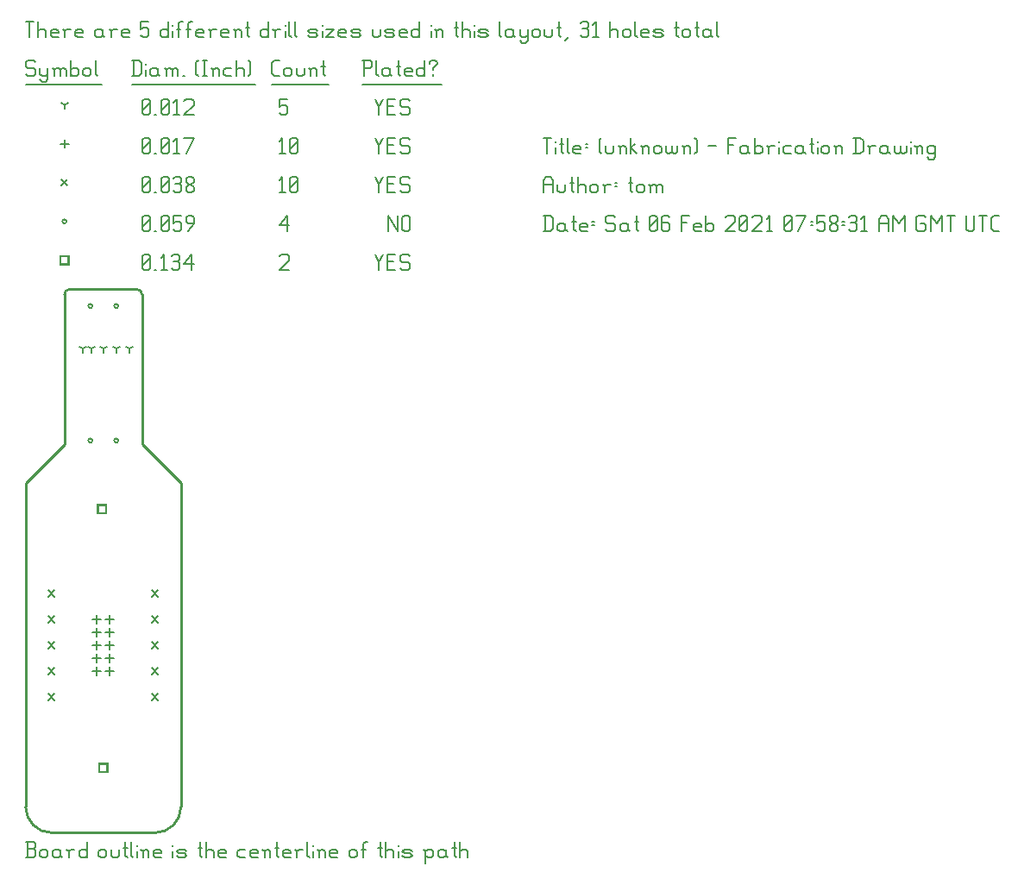
<source format=gbr>
G04 start of page 13 for group -3984 idx -3984 *
G04 Title: (unknown), fab *
G04 Creator: pcb 20140316 *
G04 CreationDate: Sat 06 Feb 2021 07:58:31 AM GMT UTC *
G04 For: tom *
G04 Format: Gerber/RS-274X *
G04 PCB-Dimensions (mil): 600.00 2100.00 *
G04 PCB-Coordinate-Origin: lower left *
%MOIN*%
%FSLAX25Y25*%
%LNFAB*%
%ADD61C,0.0100*%
%ADD60C,0.0075*%
%ADD59C,0.0060*%
%ADD58R,0.0080X0.0080*%
G54D58*X28400Y26600D02*X31600D01*
X28400D02*Y23400D01*
X31600D01*
Y26600D02*Y23400D01*
X27900Y126600D02*X31100D01*
X27900D02*Y123400D01*
X31100D01*
Y126600D02*Y123400D01*
X13400Y222850D02*X16600D01*
X13400D02*Y219650D01*
X16600D01*
Y222850D02*Y219650D01*
G54D59*X135000Y223500D02*X136500Y220500D01*
X138000Y223500D01*
X136500Y220500D02*Y217500D01*
X139800Y220800D02*X142050D01*
X139800Y217500D02*X142800D01*
X139800Y223500D02*Y217500D01*
Y223500D02*X142800D01*
X147600D02*X148350Y222750D01*
X145350Y223500D02*X147600D01*
X144600Y222750D02*X145350Y223500D01*
X144600Y222750D02*Y221250D01*
X145350Y220500D01*
X147600D01*
X148350Y219750D01*
Y218250D01*
X147600Y217500D02*X148350Y218250D01*
X145350Y217500D02*X147600D01*
X144600Y218250D02*X145350Y217500D01*
X98000Y222750D02*X98750Y223500D01*
X101000D01*
X101750Y222750D01*
Y221250D01*
X98000Y217500D02*X101750Y221250D01*
X98000Y217500D02*X101750D01*
X45000Y218250D02*X45750Y217500D01*
X45000Y222750D02*Y218250D01*
Y222750D02*X45750Y223500D01*
X47250D01*
X48000Y222750D01*
Y218250D01*
X47250Y217500D02*X48000Y218250D01*
X45750Y217500D02*X47250D01*
X45000Y219000D02*X48000Y222000D01*
X49800Y217500D02*X50550D01*
X52350Y222300D02*X53550Y223500D01*
Y217500D01*
X52350D02*X54600D01*
X56400Y222750D02*X57150Y223500D01*
X58650D01*
X59400Y222750D01*
X58650Y217500D02*X59400Y218250D01*
X57150Y217500D02*X58650D01*
X56400Y218250D02*X57150Y217500D01*
Y220800D02*X58650D01*
X59400Y222750D02*Y221550D01*
Y220050D02*Y218250D01*
Y220050D02*X58650Y220800D01*
X59400Y221550D02*X58650Y220800D01*
X61200Y219750D02*X64200Y223500D01*
X61200Y219750D02*X64950D01*
X64200Y223500D02*Y217500D01*
X24200Y203550D02*G75*G03X25800Y203550I800J0D01*G01*
G75*G03X24200Y203550I-800J0D01*G01*
X34200D02*G75*G03X35800Y203550I800J0D01*G01*
G75*G03X34200Y203550I-800J0D01*G01*
Y151550D02*G75*G03X35800Y151550I800J0D01*G01*
G75*G03X34200Y151550I-800J0D01*G01*
X24200D02*G75*G03X25800Y151550I800J0D01*G01*
G75*G03X24200Y151550I-800J0D01*G01*
X14200Y236250D02*G75*G03X15800Y236250I800J0D01*G01*
G75*G03X14200Y236250I-800J0D01*G01*
X140000Y238500D02*Y232500D01*
Y238500D02*X143750Y232500D01*
Y238500D02*Y232500D01*
X145550Y237750D02*Y233250D01*
Y237750D02*X146300Y238500D01*
X147800D01*
X148550Y237750D01*
Y233250D01*
X147800Y232500D02*X148550Y233250D01*
X146300Y232500D02*X147800D01*
X145550Y233250D02*X146300Y232500D01*
X98000Y234750D02*X101000Y238500D01*
X98000Y234750D02*X101750D01*
X101000Y238500D02*Y232500D01*
X45000Y233250D02*X45750Y232500D01*
X45000Y237750D02*Y233250D01*
Y237750D02*X45750Y238500D01*
X47250D01*
X48000Y237750D01*
Y233250D01*
X47250Y232500D02*X48000Y233250D01*
X45750Y232500D02*X47250D01*
X45000Y234000D02*X48000Y237000D01*
X49800Y232500D02*X50550D01*
X52350Y233250D02*X53100Y232500D01*
X52350Y237750D02*Y233250D01*
Y237750D02*X53100Y238500D01*
X54600D01*
X55350Y237750D01*
Y233250D01*
X54600Y232500D02*X55350Y233250D01*
X53100Y232500D02*X54600D01*
X52350Y234000D02*X55350Y237000D01*
X57150Y238500D02*X60150D01*
X57150D02*Y235500D01*
X57900Y236250D01*
X59400D01*
X60150Y235500D01*
Y233250D01*
X59400Y232500D02*X60150Y233250D01*
X57900Y232500D02*X59400D01*
X57150Y233250D02*X57900Y232500D01*
X62700D02*X64950Y235500D01*
Y237750D02*Y235500D01*
X64200Y238500D02*X64950Y237750D01*
X62700Y238500D02*X64200D01*
X61950Y237750D02*X62700Y238500D01*
X61950Y237750D02*Y236250D01*
X62700Y235500D01*
X64950D01*
X48800Y93700D02*X51200Y91300D01*
X48800D02*X51200Y93700D01*
X48800Y83700D02*X51200Y81300D01*
X48800D02*X51200Y83700D01*
X48800Y73700D02*X51200Y71300D01*
X48800D02*X51200Y73700D01*
X48800Y63700D02*X51200Y61300D01*
X48800D02*X51200Y63700D01*
X48800Y53700D02*X51200Y51300D01*
X48800D02*X51200Y53700D01*
X8800Y93700D02*X11200Y91300D01*
X8800D02*X11200Y93700D01*
X8800Y83700D02*X11200Y81300D01*
X8800D02*X11200Y83700D01*
X8800Y73700D02*X11200Y71300D01*
X8800D02*X11200Y73700D01*
X8800Y63700D02*X11200Y61300D01*
X8800D02*X11200Y63700D01*
X8800Y53700D02*X11200Y51300D01*
X8800D02*X11200Y53700D01*
X13800Y252450D02*X16200Y250050D01*
X13800D02*X16200Y252450D01*
X135000Y253500D02*X136500Y250500D01*
X138000Y253500D01*
X136500Y250500D02*Y247500D01*
X139800Y250800D02*X142050D01*
X139800Y247500D02*X142800D01*
X139800Y253500D02*Y247500D01*
Y253500D02*X142800D01*
X147600D02*X148350Y252750D01*
X145350Y253500D02*X147600D01*
X144600Y252750D02*X145350Y253500D01*
X144600Y252750D02*Y251250D01*
X145350Y250500D01*
X147600D01*
X148350Y249750D01*
Y248250D01*
X147600Y247500D02*X148350Y248250D01*
X145350Y247500D02*X147600D01*
X144600Y248250D02*X145350Y247500D01*
X98000Y252300D02*X99200Y253500D01*
Y247500D01*
X98000D02*X100250D01*
X102050Y248250D02*X102800Y247500D01*
X102050Y252750D02*Y248250D01*
Y252750D02*X102800Y253500D01*
X104300D01*
X105050Y252750D01*
Y248250D01*
X104300Y247500D02*X105050Y248250D01*
X102800Y247500D02*X104300D01*
X102050Y249000D02*X105050Y252000D01*
X45000Y248250D02*X45750Y247500D01*
X45000Y252750D02*Y248250D01*
Y252750D02*X45750Y253500D01*
X47250D01*
X48000Y252750D01*
Y248250D01*
X47250Y247500D02*X48000Y248250D01*
X45750Y247500D02*X47250D01*
X45000Y249000D02*X48000Y252000D01*
X49800Y247500D02*X50550D01*
X52350Y248250D02*X53100Y247500D01*
X52350Y252750D02*Y248250D01*
Y252750D02*X53100Y253500D01*
X54600D01*
X55350Y252750D01*
Y248250D01*
X54600Y247500D02*X55350Y248250D01*
X53100Y247500D02*X54600D01*
X52350Y249000D02*X55350Y252000D01*
X57150Y252750D02*X57900Y253500D01*
X59400D01*
X60150Y252750D01*
X59400Y247500D02*X60150Y248250D01*
X57900Y247500D02*X59400D01*
X57150Y248250D02*X57900Y247500D01*
Y250800D02*X59400D01*
X60150Y252750D02*Y251550D01*
Y250050D02*Y248250D01*
Y250050D02*X59400Y250800D01*
X60150Y251550D02*X59400Y250800D01*
X61950Y248250D02*X62700Y247500D01*
X61950Y249450D02*Y248250D01*
Y249450D02*X63000Y250500D01*
X63900D01*
X64950Y249450D01*
Y248250D01*
X64200Y247500D02*X64950Y248250D01*
X62700Y247500D02*X64200D01*
X61950Y251550D02*X63000Y250500D01*
X61950Y252750D02*Y251550D01*
Y252750D02*X62700Y253500D01*
X64200D01*
X64950Y252750D01*
Y251550D01*
X63900Y250500D02*X64950Y251550D01*
X27500Y84100D02*Y80900D01*
X25900Y82500D02*X29100D01*
X27500Y79100D02*Y75900D01*
X25900Y77500D02*X29100D01*
X27500Y74100D02*Y70900D01*
X25900Y72500D02*X29100D01*
X27500Y69100D02*Y65900D01*
X25900Y67500D02*X29100D01*
X27500Y64100D02*Y60900D01*
X25900Y62500D02*X29100D01*
X32500Y64100D02*Y60900D01*
X30900Y62500D02*X34100D01*
X32500Y69100D02*Y65900D01*
X30900Y67500D02*X34100D01*
X32500Y74100D02*Y70900D01*
X30900Y72500D02*X34100D01*
X32500Y79100D02*Y75900D01*
X30900Y77500D02*X34100D01*
X32500Y84100D02*Y80900D01*
X30900Y82500D02*X34100D01*
X15000Y267850D02*Y264650D01*
X13400Y266250D02*X16600D01*
X135000Y268500D02*X136500Y265500D01*
X138000Y268500D01*
X136500Y265500D02*Y262500D01*
X139800Y265800D02*X142050D01*
X139800Y262500D02*X142800D01*
X139800Y268500D02*Y262500D01*
Y268500D02*X142800D01*
X147600D02*X148350Y267750D01*
X145350Y268500D02*X147600D01*
X144600Y267750D02*X145350Y268500D01*
X144600Y267750D02*Y266250D01*
X145350Y265500D01*
X147600D01*
X148350Y264750D01*
Y263250D01*
X147600Y262500D02*X148350Y263250D01*
X145350Y262500D02*X147600D01*
X144600Y263250D02*X145350Y262500D01*
X98000Y267300D02*X99200Y268500D01*
Y262500D01*
X98000D02*X100250D01*
X102050Y263250D02*X102800Y262500D01*
X102050Y267750D02*Y263250D01*
Y267750D02*X102800Y268500D01*
X104300D01*
X105050Y267750D01*
Y263250D01*
X104300Y262500D02*X105050Y263250D01*
X102800Y262500D02*X104300D01*
X102050Y264000D02*X105050Y267000D01*
X45000Y263250D02*X45750Y262500D01*
X45000Y267750D02*Y263250D01*
Y267750D02*X45750Y268500D01*
X47250D01*
X48000Y267750D01*
Y263250D01*
X47250Y262500D02*X48000Y263250D01*
X45750Y262500D02*X47250D01*
X45000Y264000D02*X48000Y267000D01*
X49800Y262500D02*X50550D01*
X52350Y263250D02*X53100Y262500D01*
X52350Y267750D02*Y263250D01*
Y267750D02*X53100Y268500D01*
X54600D01*
X55350Y267750D01*
Y263250D01*
X54600Y262500D02*X55350Y263250D01*
X53100Y262500D02*X54600D01*
X52350Y264000D02*X55350Y267000D01*
X57150Y267300D02*X58350Y268500D01*
Y262500D01*
X57150D02*X59400D01*
X61950D02*X64950Y268500D01*
X61200D02*X64950D01*
X22000Y187000D02*Y185400D01*
Y187000D02*X23387Y187800D01*
X22000Y187000D02*X20613Y187800D01*
X30000Y187000D02*Y185400D01*
Y187000D02*X31387Y187800D01*
X30000Y187000D02*X28613Y187800D01*
X35000Y187000D02*Y185400D01*
Y187000D02*X36387Y187800D01*
X35000Y187000D02*X33613Y187800D01*
X40000Y187000D02*Y185400D01*
Y187000D02*X41387Y187800D01*
X40000Y187000D02*X38613Y187800D01*
X25500Y187000D02*Y185400D01*
Y187000D02*X26887Y187800D01*
X25500Y187000D02*X24113Y187800D01*
X15000Y281250D02*Y279650D01*
Y281250D02*X16387Y282050D01*
X15000Y281250D02*X13613Y282050D01*
X135000Y283500D02*X136500Y280500D01*
X138000Y283500D01*
X136500Y280500D02*Y277500D01*
X139800Y280800D02*X142050D01*
X139800Y277500D02*X142800D01*
X139800Y283500D02*Y277500D01*
Y283500D02*X142800D01*
X147600D02*X148350Y282750D01*
X145350Y283500D02*X147600D01*
X144600Y282750D02*X145350Y283500D01*
X144600Y282750D02*Y281250D01*
X145350Y280500D01*
X147600D01*
X148350Y279750D01*
Y278250D01*
X147600Y277500D02*X148350Y278250D01*
X145350Y277500D02*X147600D01*
X144600Y278250D02*X145350Y277500D01*
X98000Y283500D02*X101000D01*
X98000D02*Y280500D01*
X98750Y281250D01*
X100250D01*
X101000Y280500D01*
Y278250D01*
X100250Y277500D02*X101000Y278250D01*
X98750Y277500D02*X100250D01*
X98000Y278250D02*X98750Y277500D01*
X45000Y278250D02*X45750Y277500D01*
X45000Y282750D02*Y278250D01*
Y282750D02*X45750Y283500D01*
X47250D01*
X48000Y282750D01*
Y278250D01*
X47250Y277500D02*X48000Y278250D01*
X45750Y277500D02*X47250D01*
X45000Y279000D02*X48000Y282000D01*
X49800Y277500D02*X50550D01*
X52350Y278250D02*X53100Y277500D01*
X52350Y282750D02*Y278250D01*
Y282750D02*X53100Y283500D01*
X54600D01*
X55350Y282750D01*
Y278250D01*
X54600Y277500D02*X55350Y278250D01*
X53100Y277500D02*X54600D01*
X52350Y279000D02*X55350Y282000D01*
X57150Y282300D02*X58350Y283500D01*
Y277500D01*
X57150D02*X59400D01*
X61200Y282750D02*X61950Y283500D01*
X64200D01*
X64950Y282750D01*
Y281250D01*
X61200Y277500D02*X64950Y281250D01*
X61200Y277500D02*X64950D01*
X3000Y298500D02*X3750Y297750D01*
X750Y298500D02*X3000D01*
X0Y297750D02*X750Y298500D01*
X0Y297750D02*Y296250D01*
X750Y295500D01*
X3000D01*
X3750Y294750D01*
Y293250D01*
X3000Y292500D02*X3750Y293250D01*
X750Y292500D02*X3000D01*
X0Y293250D02*X750Y292500D01*
X5550Y295500D02*Y293250D01*
X6300Y292500D01*
X8550Y295500D02*Y291000D01*
X7800Y290250D02*X8550Y291000D01*
X6300Y290250D02*X7800D01*
X5550Y291000D02*X6300Y290250D01*
Y292500D02*X7800D01*
X8550Y293250D01*
X11100Y294750D02*Y292500D01*
Y294750D02*X11850Y295500D01*
X12600D01*
X13350Y294750D01*
Y292500D01*
Y294750D02*X14100Y295500D01*
X14850D01*
X15600Y294750D01*
Y292500D01*
X10350Y295500D02*X11100Y294750D01*
X17400Y298500D02*Y292500D01*
Y293250D02*X18150Y292500D01*
X19650D01*
X20400Y293250D01*
Y294750D02*Y293250D01*
X19650Y295500D02*X20400Y294750D01*
X18150Y295500D02*X19650D01*
X17400Y294750D02*X18150Y295500D01*
X22200Y294750D02*Y293250D01*
Y294750D02*X22950Y295500D01*
X24450D01*
X25200Y294750D01*
Y293250D01*
X24450Y292500D02*X25200Y293250D01*
X22950Y292500D02*X24450D01*
X22200Y293250D02*X22950Y292500D01*
X27000Y298500D02*Y293250D01*
X27750Y292500D01*
X0Y289250D02*X29250D01*
X41750Y298500D02*Y292500D01*
X43700Y298500D02*X44750Y297450D01*
Y293550D01*
X43700Y292500D02*X44750Y293550D01*
X41000Y292500D02*X43700D01*
X41000Y298500D02*X43700D01*
G54D60*X46550Y297000D02*Y296850D01*
G54D59*Y294750D02*Y292500D01*
X50300Y295500D02*X51050Y294750D01*
X48800Y295500D02*X50300D01*
X48050Y294750D02*X48800Y295500D01*
X48050Y294750D02*Y293250D01*
X48800Y292500D01*
X51050Y295500D02*Y293250D01*
X51800Y292500D01*
X48800D02*X50300D01*
X51050Y293250D01*
X54350Y294750D02*Y292500D01*
Y294750D02*X55100Y295500D01*
X55850D01*
X56600Y294750D01*
Y292500D01*
Y294750D02*X57350Y295500D01*
X58100D01*
X58850Y294750D01*
Y292500D01*
X53600Y295500D02*X54350Y294750D01*
X60650Y292500D02*X61400D01*
X65900Y293250D02*X66650Y292500D01*
X65900Y297750D02*X66650Y298500D01*
X65900Y297750D02*Y293250D01*
X68450Y298500D02*X69950D01*
X69200D02*Y292500D01*
X68450D02*X69950D01*
X72500Y294750D02*Y292500D01*
Y294750D02*X73250Y295500D01*
X74000D01*
X74750Y294750D01*
Y292500D01*
X71750Y295500D02*X72500Y294750D01*
X77300Y295500D02*X79550D01*
X76550Y294750D02*X77300Y295500D01*
X76550Y294750D02*Y293250D01*
X77300Y292500D01*
X79550D01*
X81350Y298500D02*Y292500D01*
Y294750D02*X82100Y295500D01*
X83600D01*
X84350Y294750D01*
Y292500D01*
X86150Y298500D02*X86900Y297750D01*
Y293250D01*
X86150Y292500D02*X86900Y293250D01*
X41000Y289250D02*X88700D01*
X96050Y292500D02*X98000D01*
X95000Y293550D02*X96050Y292500D01*
X95000Y297450D02*Y293550D01*
Y297450D02*X96050Y298500D01*
X98000D01*
X99800Y294750D02*Y293250D01*
Y294750D02*X100550Y295500D01*
X102050D01*
X102800Y294750D01*
Y293250D01*
X102050Y292500D02*X102800Y293250D01*
X100550Y292500D02*X102050D01*
X99800Y293250D02*X100550Y292500D01*
X104600Y295500D02*Y293250D01*
X105350Y292500D01*
X106850D01*
X107600Y293250D01*
Y295500D02*Y293250D01*
X110150Y294750D02*Y292500D01*
Y294750D02*X110900Y295500D01*
X111650D01*
X112400Y294750D01*
Y292500D01*
X109400Y295500D02*X110150Y294750D01*
X114950Y298500D02*Y293250D01*
X115700Y292500D01*
X114200Y296250D02*X115700D01*
X95000Y289250D02*X117200D01*
X130750Y298500D02*Y292500D01*
X130000Y298500D02*X133000D01*
X133750Y297750D01*
Y296250D01*
X133000Y295500D02*X133750Y296250D01*
X130750Y295500D02*X133000D01*
X135550Y298500D02*Y293250D01*
X136300Y292500D01*
X140050Y295500D02*X140800Y294750D01*
X138550Y295500D02*X140050D01*
X137800Y294750D02*X138550Y295500D01*
X137800Y294750D02*Y293250D01*
X138550Y292500D01*
X140800Y295500D02*Y293250D01*
X141550Y292500D01*
X138550D02*X140050D01*
X140800Y293250D01*
X144100Y298500D02*Y293250D01*
X144850Y292500D01*
X143350Y296250D02*X144850D01*
X147100Y292500D02*X149350D01*
X146350Y293250D02*X147100Y292500D01*
X146350Y294750D02*Y293250D01*
Y294750D02*X147100Y295500D01*
X148600D01*
X149350Y294750D01*
X146350Y294000D02*X149350D01*
Y294750D02*Y294000D01*
X154150Y298500D02*Y292500D01*
X153400D02*X154150Y293250D01*
X151900Y292500D02*X153400D01*
X151150Y293250D02*X151900Y292500D01*
X151150Y294750D02*Y293250D01*
Y294750D02*X151900Y295500D01*
X153400D01*
X154150Y294750D01*
X157450Y295500D02*Y294750D01*
Y293250D02*Y292500D01*
X155950Y297750D02*Y297000D01*
Y297750D02*X156700Y298500D01*
X158200D01*
X158950Y297750D01*
Y297000D01*
X157450Y295500D02*X158950Y297000D01*
X130000Y289250D02*X160750D01*
X0Y313500D02*X3000D01*
X1500D02*Y307500D01*
X4800Y313500D02*Y307500D01*
Y309750D02*X5550Y310500D01*
X7050D01*
X7800Y309750D01*
Y307500D01*
X10350D02*X12600D01*
X9600Y308250D02*X10350Y307500D01*
X9600Y309750D02*Y308250D01*
Y309750D02*X10350Y310500D01*
X11850D01*
X12600Y309750D01*
X9600Y309000D02*X12600D01*
Y309750D02*Y309000D01*
X15150Y309750D02*Y307500D01*
Y309750D02*X15900Y310500D01*
X17400D01*
X14400D02*X15150Y309750D01*
X19950Y307500D02*X22200D01*
X19200Y308250D02*X19950Y307500D01*
X19200Y309750D02*Y308250D01*
Y309750D02*X19950Y310500D01*
X21450D01*
X22200Y309750D01*
X19200Y309000D02*X22200D01*
Y309750D02*Y309000D01*
X28950Y310500D02*X29700Y309750D01*
X27450Y310500D02*X28950D01*
X26700Y309750D02*X27450Y310500D01*
X26700Y309750D02*Y308250D01*
X27450Y307500D01*
X29700Y310500D02*Y308250D01*
X30450Y307500D01*
X27450D02*X28950D01*
X29700Y308250D01*
X33000Y309750D02*Y307500D01*
Y309750D02*X33750Y310500D01*
X35250D01*
X32250D02*X33000Y309750D01*
X37800Y307500D02*X40050D01*
X37050Y308250D02*X37800Y307500D01*
X37050Y309750D02*Y308250D01*
Y309750D02*X37800Y310500D01*
X39300D01*
X40050Y309750D01*
X37050Y309000D02*X40050D01*
Y309750D02*Y309000D01*
X44550Y313500D02*X47550D01*
X44550D02*Y310500D01*
X45300Y311250D01*
X46800D01*
X47550Y310500D01*
Y308250D01*
X46800Y307500D02*X47550Y308250D01*
X45300Y307500D02*X46800D01*
X44550Y308250D02*X45300Y307500D01*
X55050Y313500D02*Y307500D01*
X54300D02*X55050Y308250D01*
X52800Y307500D02*X54300D01*
X52050Y308250D02*X52800Y307500D01*
X52050Y309750D02*Y308250D01*
Y309750D02*X52800Y310500D01*
X54300D01*
X55050Y309750D01*
G54D60*X56850Y312000D02*Y311850D01*
G54D59*Y309750D02*Y307500D01*
X59100Y312750D02*Y307500D01*
Y312750D02*X59850Y313500D01*
X60600D01*
X58350Y310500D02*X59850D01*
X62850Y312750D02*Y307500D01*
Y312750D02*X63600Y313500D01*
X64350D01*
X62100Y310500D02*X63600D01*
X66600Y307500D02*X68850D01*
X65850Y308250D02*X66600Y307500D01*
X65850Y309750D02*Y308250D01*
Y309750D02*X66600Y310500D01*
X68100D01*
X68850Y309750D01*
X65850Y309000D02*X68850D01*
Y309750D02*Y309000D01*
X71400Y309750D02*Y307500D01*
Y309750D02*X72150Y310500D01*
X73650D01*
X70650D02*X71400Y309750D01*
X76200Y307500D02*X78450D01*
X75450Y308250D02*X76200Y307500D01*
X75450Y309750D02*Y308250D01*
Y309750D02*X76200Y310500D01*
X77700D01*
X78450Y309750D01*
X75450Y309000D02*X78450D01*
Y309750D02*Y309000D01*
X81000Y309750D02*Y307500D01*
Y309750D02*X81750Y310500D01*
X82500D01*
X83250Y309750D01*
Y307500D01*
X80250Y310500D02*X81000Y309750D01*
X85800Y313500D02*Y308250D01*
X86550Y307500D01*
X85050Y311250D02*X86550D01*
X93750Y313500D02*Y307500D01*
X93000D02*X93750Y308250D01*
X91500Y307500D02*X93000D01*
X90750Y308250D02*X91500Y307500D01*
X90750Y309750D02*Y308250D01*
Y309750D02*X91500Y310500D01*
X93000D01*
X93750Y309750D01*
X96300D02*Y307500D01*
Y309750D02*X97050Y310500D01*
X98550D01*
X95550D02*X96300Y309750D01*
G54D60*X100350Y312000D02*Y311850D01*
G54D59*Y309750D02*Y307500D01*
X101850Y313500D02*Y308250D01*
X102600Y307500D01*
X104100Y313500D02*Y308250D01*
X104850Y307500D01*
X109800D02*X112050D01*
X112800Y308250D01*
X112050Y309000D02*X112800Y308250D01*
X109800Y309000D02*X112050D01*
X109050Y309750D02*X109800Y309000D01*
X109050Y309750D02*X109800Y310500D01*
X112050D01*
X112800Y309750D01*
X109050Y308250D02*X109800Y307500D01*
G54D60*X114600Y312000D02*Y311850D01*
G54D59*Y309750D02*Y307500D01*
X116100Y310500D02*X119100D01*
X116100Y307500D02*X119100Y310500D01*
X116100Y307500D02*X119100D01*
X121650D02*X123900D01*
X120900Y308250D02*X121650Y307500D01*
X120900Y309750D02*Y308250D01*
Y309750D02*X121650Y310500D01*
X123150D01*
X123900Y309750D01*
X120900Y309000D02*X123900D01*
Y309750D02*Y309000D01*
X126450Y307500D02*X128700D01*
X129450Y308250D01*
X128700Y309000D02*X129450Y308250D01*
X126450Y309000D02*X128700D01*
X125700Y309750D02*X126450Y309000D01*
X125700Y309750D02*X126450Y310500D01*
X128700D01*
X129450Y309750D01*
X125700Y308250D02*X126450Y307500D01*
X133950Y310500D02*Y308250D01*
X134700Y307500D01*
X136200D01*
X136950Y308250D01*
Y310500D02*Y308250D01*
X139500Y307500D02*X141750D01*
X142500Y308250D01*
X141750Y309000D02*X142500Y308250D01*
X139500Y309000D02*X141750D01*
X138750Y309750D02*X139500Y309000D01*
X138750Y309750D02*X139500Y310500D01*
X141750D01*
X142500Y309750D01*
X138750Y308250D02*X139500Y307500D01*
X145050D02*X147300D01*
X144300Y308250D02*X145050Y307500D01*
X144300Y309750D02*Y308250D01*
Y309750D02*X145050Y310500D01*
X146550D01*
X147300Y309750D01*
X144300Y309000D02*X147300D01*
Y309750D02*Y309000D01*
X152100Y313500D02*Y307500D01*
X151350D02*X152100Y308250D01*
X149850Y307500D02*X151350D01*
X149100Y308250D02*X149850Y307500D01*
X149100Y309750D02*Y308250D01*
Y309750D02*X149850Y310500D01*
X151350D01*
X152100Y309750D01*
G54D60*X156600Y312000D02*Y311850D01*
G54D59*Y309750D02*Y307500D01*
X158850Y309750D02*Y307500D01*
Y309750D02*X159600Y310500D01*
X160350D01*
X161100Y309750D01*
Y307500D01*
X158100Y310500D02*X158850Y309750D01*
X166350Y313500D02*Y308250D01*
X167100Y307500D01*
X165600Y311250D02*X167100D01*
X168600Y313500D02*Y307500D01*
Y309750D02*X169350Y310500D01*
X170850D01*
X171600Y309750D01*
Y307500D01*
G54D60*X173400Y312000D02*Y311850D01*
G54D59*Y309750D02*Y307500D01*
X175650D02*X177900D01*
X178650Y308250D01*
X177900Y309000D02*X178650Y308250D01*
X175650Y309000D02*X177900D01*
X174900Y309750D02*X175650Y309000D01*
X174900Y309750D02*X175650Y310500D01*
X177900D01*
X178650Y309750D01*
X174900Y308250D02*X175650Y307500D01*
X183150Y313500D02*Y308250D01*
X183900Y307500D01*
X187650Y310500D02*X188400Y309750D01*
X186150Y310500D02*X187650D01*
X185400Y309750D02*X186150Y310500D01*
X185400Y309750D02*Y308250D01*
X186150Y307500D01*
X188400Y310500D02*Y308250D01*
X189150Y307500D01*
X186150D02*X187650D01*
X188400Y308250D01*
X190950Y310500D02*Y308250D01*
X191700Y307500D01*
X193950Y310500D02*Y306000D01*
X193200Y305250D02*X193950Y306000D01*
X191700Y305250D02*X193200D01*
X190950Y306000D02*X191700Y305250D01*
Y307500D02*X193200D01*
X193950Y308250D01*
X195750Y309750D02*Y308250D01*
Y309750D02*X196500Y310500D01*
X198000D01*
X198750Y309750D01*
Y308250D01*
X198000Y307500D02*X198750Y308250D01*
X196500Y307500D02*X198000D01*
X195750Y308250D02*X196500Y307500D01*
X200550Y310500D02*Y308250D01*
X201300Y307500D01*
X202800D01*
X203550Y308250D01*
Y310500D02*Y308250D01*
X206100Y313500D02*Y308250D01*
X206850Y307500D01*
X205350Y311250D02*X206850D01*
X208350Y306000D02*X209850Y307500D01*
X214350Y312750D02*X215100Y313500D01*
X216600D01*
X217350Y312750D01*
X216600Y307500D02*X217350Y308250D01*
X215100Y307500D02*X216600D01*
X214350Y308250D02*X215100Y307500D01*
Y310800D02*X216600D01*
X217350Y312750D02*Y311550D01*
Y310050D02*Y308250D01*
Y310050D02*X216600Y310800D01*
X217350Y311550D02*X216600Y310800D01*
X219150Y312300D02*X220350Y313500D01*
Y307500D01*
X219150D02*X221400D01*
X225900Y313500D02*Y307500D01*
Y309750D02*X226650Y310500D01*
X228150D01*
X228900Y309750D01*
Y307500D01*
X230700Y309750D02*Y308250D01*
Y309750D02*X231450Y310500D01*
X232950D01*
X233700Y309750D01*
Y308250D01*
X232950Y307500D02*X233700Y308250D01*
X231450Y307500D02*X232950D01*
X230700Y308250D02*X231450Y307500D01*
X235500Y313500D02*Y308250D01*
X236250Y307500D01*
X238500D02*X240750D01*
X237750Y308250D02*X238500Y307500D01*
X237750Y309750D02*Y308250D01*
Y309750D02*X238500Y310500D01*
X240000D01*
X240750Y309750D01*
X237750Y309000D02*X240750D01*
Y309750D02*Y309000D01*
X243300Y307500D02*X245550D01*
X246300Y308250D01*
X245550Y309000D02*X246300Y308250D01*
X243300Y309000D02*X245550D01*
X242550Y309750D02*X243300Y309000D01*
X242550Y309750D02*X243300Y310500D01*
X245550D01*
X246300Y309750D01*
X242550Y308250D02*X243300Y307500D01*
X251550Y313500D02*Y308250D01*
X252300Y307500D01*
X250800Y311250D02*X252300D01*
X253800Y309750D02*Y308250D01*
Y309750D02*X254550Y310500D01*
X256050D01*
X256800Y309750D01*
Y308250D01*
X256050Y307500D02*X256800Y308250D01*
X254550Y307500D02*X256050D01*
X253800Y308250D02*X254550Y307500D01*
X259350Y313500D02*Y308250D01*
X260100Y307500D01*
X258600Y311250D02*X260100D01*
X263850Y310500D02*X264600Y309750D01*
X262350Y310500D02*X263850D01*
X261600Y309750D02*X262350Y310500D01*
X261600Y309750D02*Y308250D01*
X262350Y307500D01*
X264600Y310500D02*Y308250D01*
X265350Y307500D01*
X262350D02*X263850D01*
X264600Y308250D01*
X267150Y313500D02*Y308250D01*
X267900Y307500D01*
G54D61*X43000Y210000D02*X17000D01*
X10000Y0D02*X50000D01*
X0Y10000D02*Y135000D01*
X60000D02*Y10000D01*
X45000Y208000D02*Y150000D01*
X15000Y208000D02*Y150000D01*
X0Y135000D01*
X45000Y150000D02*X60000Y135000D01*
X43000Y210000D02*G75*G02X45000Y208000I0J-2000D01*G01*
X17000Y210000D02*G75*G03X15000Y208000I0J-2000D01*G01*
X60000Y10000D02*G75*G02X50000Y0I-10000J0D01*G01*
X0Y10000D02*G75*G03X10000Y0I10000J0D01*G01*
G54D59*X0Y-9500D02*X3000D01*
X3750Y-8750D01*
Y-6950D02*Y-8750D01*
X3000Y-6200D02*X3750Y-6950D01*
X750Y-6200D02*X3000D01*
X750Y-3500D02*Y-9500D01*
X0Y-3500D02*X3000D01*
X3750Y-4250D01*
Y-5450D01*
X3000Y-6200D02*X3750Y-5450D01*
X5550Y-7250D02*Y-8750D01*
Y-7250D02*X6300Y-6500D01*
X7800D01*
X8550Y-7250D01*
Y-8750D01*
X7800Y-9500D02*X8550Y-8750D01*
X6300Y-9500D02*X7800D01*
X5550Y-8750D02*X6300Y-9500D01*
X12600Y-6500D02*X13350Y-7250D01*
X11100Y-6500D02*X12600D01*
X10350Y-7250D02*X11100Y-6500D01*
X10350Y-7250D02*Y-8750D01*
X11100Y-9500D01*
X13350Y-6500D02*Y-8750D01*
X14100Y-9500D01*
X11100D02*X12600D01*
X13350Y-8750D01*
X16650Y-7250D02*Y-9500D01*
Y-7250D02*X17400Y-6500D01*
X18900D01*
X15900D02*X16650Y-7250D01*
X23700Y-3500D02*Y-9500D01*
X22950D02*X23700Y-8750D01*
X21450Y-9500D02*X22950D01*
X20700Y-8750D02*X21450Y-9500D01*
X20700Y-7250D02*Y-8750D01*
Y-7250D02*X21450Y-6500D01*
X22950D01*
X23700Y-7250D01*
X28200D02*Y-8750D01*
Y-7250D02*X28950Y-6500D01*
X30450D01*
X31200Y-7250D01*
Y-8750D01*
X30450Y-9500D02*X31200Y-8750D01*
X28950Y-9500D02*X30450D01*
X28200Y-8750D02*X28950Y-9500D01*
X33000Y-6500D02*Y-8750D01*
X33750Y-9500D01*
X35250D01*
X36000Y-8750D01*
Y-6500D02*Y-8750D01*
X38550Y-3500D02*Y-8750D01*
X39300Y-9500D01*
X37800Y-5750D02*X39300D01*
X40800Y-3500D02*Y-8750D01*
X41550Y-9500D01*
G54D60*X43050Y-5000D02*Y-5150D01*
G54D59*Y-7250D02*Y-9500D01*
X45300Y-7250D02*Y-9500D01*
Y-7250D02*X46050Y-6500D01*
X46800D01*
X47550Y-7250D01*
Y-9500D01*
X44550Y-6500D02*X45300Y-7250D01*
X50100Y-9500D02*X52350D01*
X49350Y-8750D02*X50100Y-9500D01*
X49350Y-7250D02*Y-8750D01*
Y-7250D02*X50100Y-6500D01*
X51600D01*
X52350Y-7250D01*
X49350Y-8000D02*X52350D01*
Y-7250D02*Y-8000D01*
G54D60*X56850Y-5000D02*Y-5150D01*
G54D59*Y-7250D02*Y-9500D01*
X59100D02*X61350D01*
X62100Y-8750D01*
X61350Y-8000D02*X62100Y-8750D01*
X59100Y-8000D02*X61350D01*
X58350Y-7250D02*X59100Y-8000D01*
X58350Y-7250D02*X59100Y-6500D01*
X61350D01*
X62100Y-7250D01*
X58350Y-8750D02*X59100Y-9500D01*
X67350Y-3500D02*Y-8750D01*
X68100Y-9500D01*
X66600Y-5750D02*X68100D01*
X69600Y-3500D02*Y-9500D01*
Y-7250D02*X70350Y-6500D01*
X71850D01*
X72600Y-7250D01*
Y-9500D01*
X75150D02*X77400D01*
X74400Y-8750D02*X75150Y-9500D01*
X74400Y-7250D02*Y-8750D01*
Y-7250D02*X75150Y-6500D01*
X76650D01*
X77400Y-7250D01*
X74400Y-8000D02*X77400D01*
Y-7250D02*Y-8000D01*
X82650Y-6500D02*X84900D01*
X81900Y-7250D02*X82650Y-6500D01*
X81900Y-7250D02*Y-8750D01*
X82650Y-9500D01*
X84900D01*
X87450D02*X89700D01*
X86700Y-8750D02*X87450Y-9500D01*
X86700Y-7250D02*Y-8750D01*
Y-7250D02*X87450Y-6500D01*
X88950D01*
X89700Y-7250D01*
X86700Y-8000D02*X89700D01*
Y-7250D02*Y-8000D01*
X92250Y-7250D02*Y-9500D01*
Y-7250D02*X93000Y-6500D01*
X93750D01*
X94500Y-7250D01*
Y-9500D01*
X91500Y-6500D02*X92250Y-7250D01*
X97050Y-3500D02*Y-8750D01*
X97800Y-9500D01*
X96300Y-5750D02*X97800D01*
X100050Y-9500D02*X102300D01*
X99300Y-8750D02*X100050Y-9500D01*
X99300Y-7250D02*Y-8750D01*
Y-7250D02*X100050Y-6500D01*
X101550D01*
X102300Y-7250D01*
X99300Y-8000D02*X102300D01*
Y-7250D02*Y-8000D01*
X104850Y-7250D02*Y-9500D01*
Y-7250D02*X105600Y-6500D01*
X107100D01*
X104100D02*X104850Y-7250D01*
X108900Y-3500D02*Y-8750D01*
X109650Y-9500D01*
G54D60*X111150Y-5000D02*Y-5150D01*
G54D59*Y-7250D02*Y-9500D01*
X113400Y-7250D02*Y-9500D01*
Y-7250D02*X114150Y-6500D01*
X114900D01*
X115650Y-7250D01*
Y-9500D01*
X112650Y-6500D02*X113400Y-7250D01*
X118200Y-9500D02*X120450D01*
X117450Y-8750D02*X118200Y-9500D01*
X117450Y-7250D02*Y-8750D01*
Y-7250D02*X118200Y-6500D01*
X119700D01*
X120450Y-7250D01*
X117450Y-8000D02*X120450D01*
Y-7250D02*Y-8000D01*
X124950Y-7250D02*Y-8750D01*
Y-7250D02*X125700Y-6500D01*
X127200D01*
X127950Y-7250D01*
Y-8750D01*
X127200Y-9500D02*X127950Y-8750D01*
X125700Y-9500D02*X127200D01*
X124950Y-8750D02*X125700Y-9500D01*
X130500Y-4250D02*Y-9500D01*
Y-4250D02*X131250Y-3500D01*
X132000D01*
X129750Y-6500D02*X131250D01*
X136950Y-3500D02*Y-8750D01*
X137700Y-9500D01*
X136200Y-5750D02*X137700D01*
X139200Y-3500D02*Y-9500D01*
Y-7250D02*X139950Y-6500D01*
X141450D01*
X142200Y-7250D01*
Y-9500D01*
G54D60*X144000Y-5000D02*Y-5150D01*
G54D59*Y-7250D02*Y-9500D01*
X146250D02*X148500D01*
X149250Y-8750D01*
X148500Y-8000D02*X149250Y-8750D01*
X146250Y-8000D02*X148500D01*
X145500Y-7250D02*X146250Y-8000D01*
X145500Y-7250D02*X146250Y-6500D01*
X148500D01*
X149250Y-7250D01*
X145500Y-8750D02*X146250Y-9500D01*
X154500Y-7250D02*Y-11750D01*
X153750Y-6500D02*X154500Y-7250D01*
X155250Y-6500D01*
X156750D01*
X157500Y-7250D01*
Y-8750D01*
X156750Y-9500D02*X157500Y-8750D01*
X155250Y-9500D02*X156750D01*
X154500Y-8750D02*X155250Y-9500D01*
X161550Y-6500D02*X162300Y-7250D01*
X160050Y-6500D02*X161550D01*
X159300Y-7250D02*X160050Y-6500D01*
X159300Y-7250D02*Y-8750D01*
X160050Y-9500D01*
X162300Y-6500D02*Y-8750D01*
X163050Y-9500D01*
X160050D02*X161550D01*
X162300Y-8750D01*
X165600Y-3500D02*Y-8750D01*
X166350Y-9500D01*
X164850Y-5750D02*X166350D01*
X167850Y-3500D02*Y-9500D01*
Y-7250D02*X168600Y-6500D01*
X170100D01*
X170850Y-7250D01*
Y-9500D01*
X200750Y238500D02*Y232500D01*
X202700Y238500D02*X203750Y237450D01*
Y233550D01*
X202700Y232500D02*X203750Y233550D01*
X200000Y232500D02*X202700D01*
X200000Y238500D02*X202700D01*
X207800Y235500D02*X208550Y234750D01*
X206300Y235500D02*X207800D01*
X205550Y234750D02*X206300Y235500D01*
X205550Y234750D02*Y233250D01*
X206300Y232500D01*
X208550Y235500D02*Y233250D01*
X209300Y232500D01*
X206300D02*X207800D01*
X208550Y233250D01*
X211850Y238500D02*Y233250D01*
X212600Y232500D01*
X211100Y236250D02*X212600D01*
X214850Y232500D02*X217100D01*
X214100Y233250D02*X214850Y232500D01*
X214100Y234750D02*Y233250D01*
Y234750D02*X214850Y235500D01*
X216350D01*
X217100Y234750D01*
X214100Y234000D02*X217100D01*
Y234750D02*Y234000D01*
X218900Y236250D02*X219650D01*
X218900Y234750D02*X219650D01*
X227150Y238500D02*X227900Y237750D01*
X224900Y238500D02*X227150D01*
X224150Y237750D02*X224900Y238500D01*
X224150Y237750D02*Y236250D01*
X224900Y235500D01*
X227150D01*
X227900Y234750D01*
Y233250D01*
X227150Y232500D02*X227900Y233250D01*
X224900Y232500D02*X227150D01*
X224150Y233250D02*X224900Y232500D01*
X231950Y235500D02*X232700Y234750D01*
X230450Y235500D02*X231950D01*
X229700Y234750D02*X230450Y235500D01*
X229700Y234750D02*Y233250D01*
X230450Y232500D01*
X232700Y235500D02*Y233250D01*
X233450Y232500D01*
X230450D02*X231950D01*
X232700Y233250D01*
X236000Y238500D02*Y233250D01*
X236750Y232500D01*
X235250Y236250D02*X236750D01*
X240950Y233250D02*X241700Y232500D01*
X240950Y237750D02*Y233250D01*
Y237750D02*X241700Y238500D01*
X243200D01*
X243950Y237750D01*
Y233250D01*
X243200Y232500D02*X243950Y233250D01*
X241700Y232500D02*X243200D01*
X240950Y234000D02*X243950Y237000D01*
X248000Y238500D02*X248750Y237750D01*
X246500Y238500D02*X248000D01*
X245750Y237750D02*X246500Y238500D01*
X245750Y237750D02*Y233250D01*
X246500Y232500D01*
X248000Y235800D02*X248750Y235050D01*
X245750Y235800D02*X248000D01*
X246500Y232500D02*X248000D01*
X248750Y233250D01*
Y235050D02*Y233250D01*
X253250Y238500D02*Y232500D01*
Y238500D02*X256250D01*
X253250Y235800D02*X255500D01*
X258800Y232500D02*X261050D01*
X258050Y233250D02*X258800Y232500D01*
X258050Y234750D02*Y233250D01*
Y234750D02*X258800Y235500D01*
X260300D01*
X261050Y234750D01*
X258050Y234000D02*X261050D01*
Y234750D02*Y234000D01*
X262850Y238500D02*Y232500D01*
Y233250D02*X263600Y232500D01*
X265100D01*
X265850Y233250D01*
Y234750D02*Y233250D01*
X265100Y235500D02*X265850Y234750D01*
X263600Y235500D02*X265100D01*
X262850Y234750D02*X263600Y235500D01*
X270350Y237750D02*X271100Y238500D01*
X273350D01*
X274100Y237750D01*
Y236250D01*
X270350Y232500D02*X274100Y236250D01*
X270350Y232500D02*X274100D01*
X275900Y233250D02*X276650Y232500D01*
X275900Y237750D02*Y233250D01*
Y237750D02*X276650Y238500D01*
X278150D01*
X278900Y237750D01*
Y233250D01*
X278150Y232500D02*X278900Y233250D01*
X276650Y232500D02*X278150D01*
X275900Y234000D02*X278900Y237000D01*
X280700Y237750D02*X281450Y238500D01*
X283700D01*
X284450Y237750D01*
Y236250D01*
X280700Y232500D02*X284450Y236250D01*
X280700Y232500D02*X284450D01*
X286250Y237300D02*X287450Y238500D01*
Y232500D01*
X286250D02*X288500D01*
X293000Y233250D02*X293750Y232500D01*
X293000Y237750D02*Y233250D01*
Y237750D02*X293750Y238500D01*
X295250D01*
X296000Y237750D01*
Y233250D01*
X295250Y232500D02*X296000Y233250D01*
X293750Y232500D02*X295250D01*
X293000Y234000D02*X296000Y237000D01*
X298550Y232500D02*X301550Y238500D01*
X297800D02*X301550D01*
X303350Y236250D02*X304100D01*
X303350Y234750D02*X304100D01*
X305900Y238500D02*X308900D01*
X305900D02*Y235500D01*
X306650Y236250D01*
X308150D01*
X308900Y235500D01*
Y233250D01*
X308150Y232500D02*X308900Y233250D01*
X306650Y232500D02*X308150D01*
X305900Y233250D02*X306650Y232500D01*
X310700Y233250D02*X311450Y232500D01*
X310700Y234450D02*Y233250D01*
Y234450D02*X311750Y235500D01*
X312650D01*
X313700Y234450D01*
Y233250D01*
X312950Y232500D02*X313700Y233250D01*
X311450Y232500D02*X312950D01*
X310700Y236550D02*X311750Y235500D01*
X310700Y237750D02*Y236550D01*
Y237750D02*X311450Y238500D01*
X312950D01*
X313700Y237750D01*
Y236550D01*
X312650Y235500D02*X313700Y236550D01*
X315500Y236250D02*X316250D01*
X315500Y234750D02*X316250D01*
X318050Y237750D02*X318800Y238500D01*
X320300D01*
X321050Y237750D01*
X320300Y232500D02*X321050Y233250D01*
X318800Y232500D02*X320300D01*
X318050Y233250D02*X318800Y232500D01*
Y235800D02*X320300D01*
X321050Y237750D02*Y236550D01*
Y235050D02*Y233250D01*
Y235050D02*X320300Y235800D01*
X321050Y236550D02*X320300Y235800D01*
X322850Y237300D02*X324050Y238500D01*
Y232500D01*
X322850D02*X325100D01*
X329600Y237000D02*Y232500D01*
Y237000D02*X330650Y238500D01*
X332300D01*
X333350Y237000D01*
Y232500D01*
X329600Y235500D02*X333350D01*
X335150Y238500D02*Y232500D01*
Y238500D02*X337400Y235500D01*
X339650Y238500D01*
Y232500D01*
X347150Y238500D02*X347900Y237750D01*
X344900Y238500D02*X347150D01*
X344150Y237750D02*X344900Y238500D01*
X344150Y237750D02*Y233250D01*
X344900Y232500D01*
X347150D01*
X347900Y233250D01*
Y234750D02*Y233250D01*
X347150Y235500D02*X347900Y234750D01*
X345650Y235500D02*X347150D01*
X349700Y238500D02*Y232500D01*
Y238500D02*X351950Y235500D01*
X354200Y238500D01*
Y232500D01*
X356000Y238500D02*X359000D01*
X357500D02*Y232500D01*
X363500Y238500D02*Y233250D01*
X364250Y232500D01*
X365750D01*
X366500Y233250D01*
Y238500D02*Y233250D01*
X368300Y238500D02*X371300D01*
X369800D02*Y232500D01*
X374150D02*X376100D01*
X373100Y233550D02*X374150Y232500D01*
X373100Y237450D02*Y233550D01*
Y237450D02*X374150Y238500D01*
X376100D01*
X200000Y252000D02*Y247500D01*
Y252000D02*X201050Y253500D01*
X202700D01*
X203750Y252000D01*
Y247500D01*
X200000Y250500D02*X203750D01*
X205550D02*Y248250D01*
X206300Y247500D01*
X207800D01*
X208550Y248250D01*
Y250500D02*Y248250D01*
X211100Y253500D02*Y248250D01*
X211850Y247500D01*
X210350Y251250D02*X211850D01*
X213350Y253500D02*Y247500D01*
Y249750D02*X214100Y250500D01*
X215600D01*
X216350Y249750D01*
Y247500D01*
X218150Y249750D02*Y248250D01*
Y249750D02*X218900Y250500D01*
X220400D01*
X221150Y249750D01*
Y248250D01*
X220400Y247500D02*X221150Y248250D01*
X218900Y247500D02*X220400D01*
X218150Y248250D02*X218900Y247500D01*
X223700Y249750D02*Y247500D01*
Y249750D02*X224450Y250500D01*
X225950D01*
X222950D02*X223700Y249750D01*
X227750Y251250D02*X228500D01*
X227750Y249750D02*X228500D01*
X233750Y253500D02*Y248250D01*
X234500Y247500D01*
X233000Y251250D02*X234500D01*
X236000Y249750D02*Y248250D01*
Y249750D02*X236750Y250500D01*
X238250D01*
X239000Y249750D01*
Y248250D01*
X238250Y247500D02*X239000Y248250D01*
X236750Y247500D02*X238250D01*
X236000Y248250D02*X236750Y247500D01*
X241550Y249750D02*Y247500D01*
Y249750D02*X242300Y250500D01*
X243050D01*
X243800Y249750D01*
Y247500D01*
Y249750D02*X244550Y250500D01*
X245300D01*
X246050Y249750D01*
Y247500D01*
X240800Y250500D02*X241550Y249750D01*
X200000Y268500D02*X203000D01*
X201500D02*Y262500D01*
G54D60*X204800Y267000D02*Y266850D01*
G54D59*Y264750D02*Y262500D01*
X207050Y268500D02*Y263250D01*
X207800Y262500D01*
X206300Y266250D02*X207800D01*
X209300Y268500D02*Y263250D01*
X210050Y262500D01*
X212300D02*X214550D01*
X211550Y263250D02*X212300Y262500D01*
X211550Y264750D02*Y263250D01*
Y264750D02*X212300Y265500D01*
X213800D01*
X214550Y264750D01*
X211550Y264000D02*X214550D01*
Y264750D02*Y264000D01*
X216350Y266250D02*X217100D01*
X216350Y264750D02*X217100D01*
X221600Y263250D02*X222350Y262500D01*
X221600Y267750D02*X222350Y268500D01*
X221600Y267750D02*Y263250D01*
X224150Y265500D02*Y263250D01*
X224900Y262500D01*
X226400D01*
X227150Y263250D01*
Y265500D02*Y263250D01*
X229700Y264750D02*Y262500D01*
Y264750D02*X230450Y265500D01*
X231200D01*
X231950Y264750D01*
Y262500D01*
X228950Y265500D02*X229700Y264750D01*
X233750Y268500D02*Y262500D01*
Y264750D02*X236000Y262500D01*
X233750Y264750D02*X235250Y266250D01*
X238550Y264750D02*Y262500D01*
Y264750D02*X239300Y265500D01*
X240050D01*
X240800Y264750D01*
Y262500D01*
X237800Y265500D02*X238550Y264750D01*
X242600D02*Y263250D01*
Y264750D02*X243350Y265500D01*
X244850D01*
X245600Y264750D01*
Y263250D01*
X244850Y262500D02*X245600Y263250D01*
X243350Y262500D02*X244850D01*
X242600Y263250D02*X243350Y262500D01*
X247400Y265500D02*Y263250D01*
X248150Y262500D01*
X248900D01*
X249650Y263250D01*
Y265500D02*Y263250D01*
X250400Y262500D01*
X251150D01*
X251900Y263250D01*
Y265500D02*Y263250D01*
X254450Y264750D02*Y262500D01*
Y264750D02*X255200Y265500D01*
X255950D01*
X256700Y264750D01*
Y262500D01*
X253700Y265500D02*X254450Y264750D01*
X258500Y268500D02*X259250Y267750D01*
Y263250D01*
X258500Y262500D02*X259250Y263250D01*
X263750Y265500D02*X266750D01*
X271250Y268500D02*Y262500D01*
Y268500D02*X274250D01*
X271250Y265800D02*X273500D01*
X278300Y265500D02*X279050Y264750D01*
X276800Y265500D02*X278300D01*
X276050Y264750D02*X276800Y265500D01*
X276050Y264750D02*Y263250D01*
X276800Y262500D01*
X279050Y265500D02*Y263250D01*
X279800Y262500D01*
X276800D02*X278300D01*
X279050Y263250D01*
X281600Y268500D02*Y262500D01*
Y263250D02*X282350Y262500D01*
X283850D01*
X284600Y263250D01*
Y264750D02*Y263250D01*
X283850Y265500D02*X284600Y264750D01*
X282350Y265500D02*X283850D01*
X281600Y264750D02*X282350Y265500D01*
X287150Y264750D02*Y262500D01*
Y264750D02*X287900Y265500D01*
X289400D01*
X286400D02*X287150Y264750D01*
G54D60*X291200Y267000D02*Y266850D01*
G54D59*Y264750D02*Y262500D01*
X293450Y265500D02*X295700D01*
X292700Y264750D02*X293450Y265500D01*
X292700Y264750D02*Y263250D01*
X293450Y262500D01*
X295700D01*
X299750Y265500D02*X300500Y264750D01*
X298250Y265500D02*X299750D01*
X297500Y264750D02*X298250Y265500D01*
X297500Y264750D02*Y263250D01*
X298250Y262500D01*
X300500Y265500D02*Y263250D01*
X301250Y262500D01*
X298250D02*X299750D01*
X300500Y263250D01*
X303800Y268500D02*Y263250D01*
X304550Y262500D01*
X303050Y266250D02*X304550D01*
G54D60*X306050Y267000D02*Y266850D01*
G54D59*Y264750D02*Y262500D01*
X307550Y264750D02*Y263250D01*
Y264750D02*X308300Y265500D01*
X309800D01*
X310550Y264750D01*
Y263250D01*
X309800Y262500D02*X310550Y263250D01*
X308300Y262500D02*X309800D01*
X307550Y263250D02*X308300Y262500D01*
X313100Y264750D02*Y262500D01*
Y264750D02*X313850Y265500D01*
X314600D01*
X315350Y264750D01*
Y262500D01*
X312350Y265500D02*X313100Y264750D01*
X320600Y268500D02*Y262500D01*
X322550Y268500D02*X323600Y267450D01*
Y263550D01*
X322550Y262500D02*X323600Y263550D01*
X319850Y262500D02*X322550D01*
X319850Y268500D02*X322550D01*
X326150Y264750D02*Y262500D01*
Y264750D02*X326900Y265500D01*
X328400D01*
X325400D02*X326150Y264750D01*
X332450Y265500D02*X333200Y264750D01*
X330950Y265500D02*X332450D01*
X330200Y264750D02*X330950Y265500D01*
X330200Y264750D02*Y263250D01*
X330950Y262500D01*
X333200Y265500D02*Y263250D01*
X333950Y262500D01*
X330950D02*X332450D01*
X333200Y263250D01*
X335750Y265500D02*Y263250D01*
X336500Y262500D01*
X337250D01*
X338000Y263250D01*
Y265500D02*Y263250D01*
X338750Y262500D01*
X339500D01*
X340250Y263250D01*
Y265500D02*Y263250D01*
G54D60*X342050Y267000D02*Y266850D01*
G54D59*Y264750D02*Y262500D01*
X344300Y264750D02*Y262500D01*
Y264750D02*X345050Y265500D01*
X345800D01*
X346550Y264750D01*
Y262500D01*
X343550Y265500D02*X344300Y264750D01*
X350600Y265500D02*X351350Y264750D01*
X349100Y265500D02*X350600D01*
X348350Y264750D02*X349100Y265500D01*
X348350Y264750D02*Y263250D01*
X349100Y262500D01*
X350600D01*
X351350Y263250D01*
X348350Y261000D02*X349100Y260250D01*
X350600D01*
X351350Y261000D01*
Y265500D02*Y261000D01*
M02*

</source>
